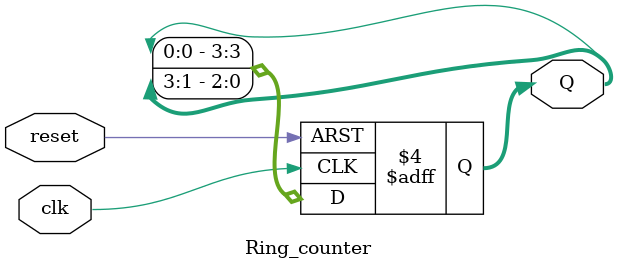
<source format=v>
`timescale 1ns / 1ps
module Ring_counter(clk,reset,Q);
	input clk,reset;
	output [3:0]Q;
	reg [3:0]Q;
	
	initial begin
		Q = 4'b1110;
	end
	
	always @(posedge clk or posedge reset) begin
		if(reset == 1) Q<=4'b1110;
		else begin
			Q[3] <= Q[0];
			Q[2] <= Q[3];
			Q[1] <= Q[2];
			Q[0] <= Q[1];
		end
	end
endmodule
</source>
